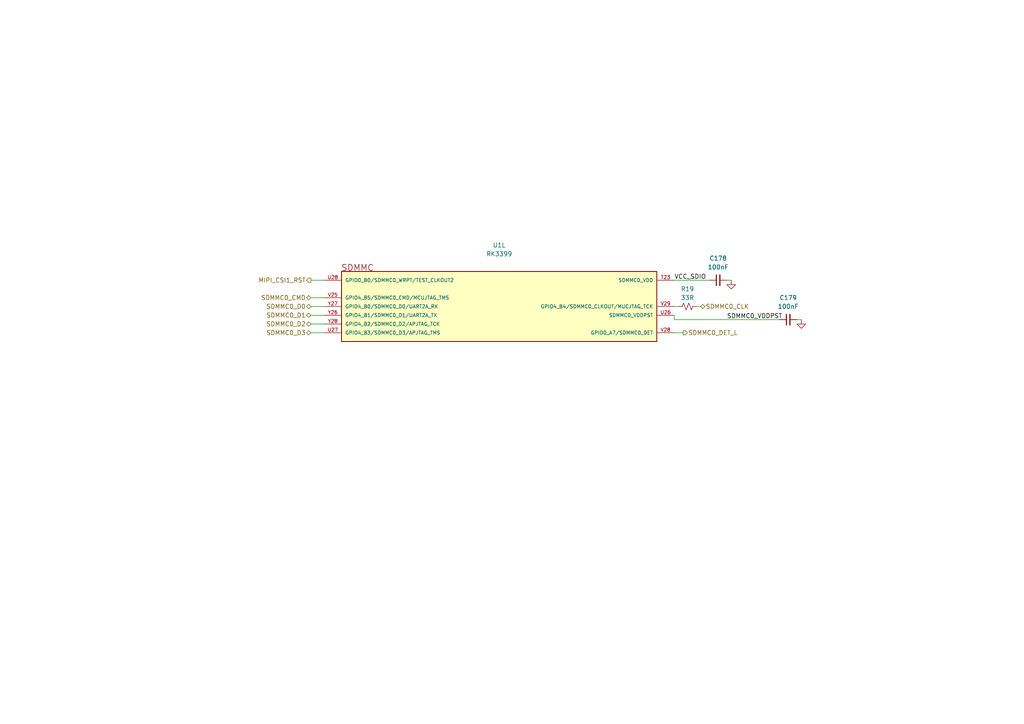
<source format=kicad_sch>
(kicad_sch (version 20230121) (generator eeschema)
  (paper "A4")
  (title_block (title "SDMMC Circuit - processor side") (date "2023-07-18") (rev "A"))
  (wire (pts (xy 195.58 81.28) (xy 205.74 81.28)))
  (wire (pts (xy 231.14 92.71) (xy 232.41 92.71)))
  (wire (pts (xy 195.58 92.71) (xy 226.06 92.71)))
  (wire (pts (xy 90.17 81.28) (xy 93.98 81.28)))
  (wire (pts (xy 201.93 88.9) (xy 203.2 88.9)))
  (wire (pts (xy 195.58 88.9) (xy 196.85 88.9)))
  (wire (pts (xy 195.58 92.71) (xy 195.58 91.44)))
  (wire (pts (xy 195.58 96.52) (xy 198.12 96.52)))
  (wire (pts (xy 90.17 88.9) (xy 93.98 88.9)))
  (wire (pts (xy 90.17 86.36) (xy 93.98 86.36)))
  (wire (pts (xy 210.82 81.28) (xy 212.09 81.28)))
  (wire (pts (xy 90.17 91.44) (xy 93.98 91.44)))
  (wire (pts (xy 90.17 93.98) (xy 93.98 93.98)))
  (wire (pts (xy 90.17 96.52) (xy 93.98 96.52)))
  (label "VCC_SDIO" (at 195.58 81.28 0))
  (label "SDMMC0_VDDPST" (at 210.82 92.71 0))
  (hierarchical_label "MIPI_CSI1_RST" (shape output) (at 90.17 81.28 180))
  (hierarchical_label "SDMMC0_CLK" (shape bidirectional) (at 203.2 88.9 0))
  (hierarchical_label "SDMMC0_D1" (shape bidirectional) (at 90.17 91.44 180))
  (hierarchical_label "SDMMC0_D0" (shape bidirectional) (at 90.17 88.9 180))
  (hierarchical_label "SDMMC0_CMD" (shape bidirectional) (at 90.17 86.36 180))
  (hierarchical_label "SDMMC0_D3" (shape bidirectional) (at 90.17 96.52 180))
  (hierarchical_label "SDMMC0_DET_L" (shape output) (at 198.12 96.52 0))
  (hierarchical_label "SDMMC0_D2" (shape bidirectional) (at 90.17 93.98 180))
  (symbol (lib_id "Device:R_Small_US") (at 199.39 88.9 90) (unit 1)
    (property "Reference" "R19" (at 199.39 83.82 90))
    (property "Value" "33R" (at 199.39 86.36 90))
    (property "Footprint" "Resistor_SMD:R_0402_1005Metric" (effects hide))
    (instances (project "SOM with RK3399, 4Gb LPDDR4, Wi-Fi, Bluetooth, PMIC, Ethernet, EMMc" (path "" (reference "R19") (unit 1))) (project "ram_memory" (path "" (reference "R2") (unit 1))))
  )
  (symbol (lib_id "Device:C_Small") (at 228.6 92.71 90) (unit 1)
    (property "Reference" "C179" (at 228.6063 86.36 90))
    (property "Value" "100nF" (at 228.6063 88.9 90))
    (property "Footprint" "Capacitor_SMD:C_0201_0603Metric" (effects hide))
  )
  (symbol (lib_id "RK3399:RK3399") (at 144.78 91.44 0) (unit 12)
    (property "Reference" "U1" (at 144.78 71.12 0))
    (property "Value" "RK3399" (at 144.78 73.66 0))
    (property "Footprint" "BGA828C65P31X31_2100X2100X161N" (effects hide))
    (property "Price" "None" (effects hide))
    (property "MP" "RK3399" (effects hide))
    (property "Availability" "Not in stock" (effects hide))
    (property "Description" "RK3399 ROCK Pi 4 Model A 2GB - ARM® Cortex®-A53, Cortex®-A72 MPU Embedded Evaluation Board" (effects hide))
    (property "Package" "Seeed Technology" (effects hide))
    (property "MF" "Rockchip" (effects hide))
    (property "Sim.Enable" "0" (effects hide))
  )
  (symbol (lib_id "power:GND") (at 232.41 92.71 0) (unit 1)
    (property "Reference" "#PWR076" (effects hide))
    (property "Value" "GND" (effects hide))
  )
  (symbol (lib_id "Device:C_Small") (at 208.28 81.28 90) (unit 1)
    (property "Reference" "C178" (at 208.2863 74.93 90))
    (property "Value" "100nF" (at 208.2863 77.47 90))
    (property "Footprint" "Capacitor_SMD:C_0201_0603Metric" (effects hide))
  )
  (symbol (lib_id "power:GND") (at 212.09 81.28 0) (unit 1)
    (property "Reference" "#PWR075" (effects hide))
    (property "Value" "GND" (effects hide))
  )
)
</source>
